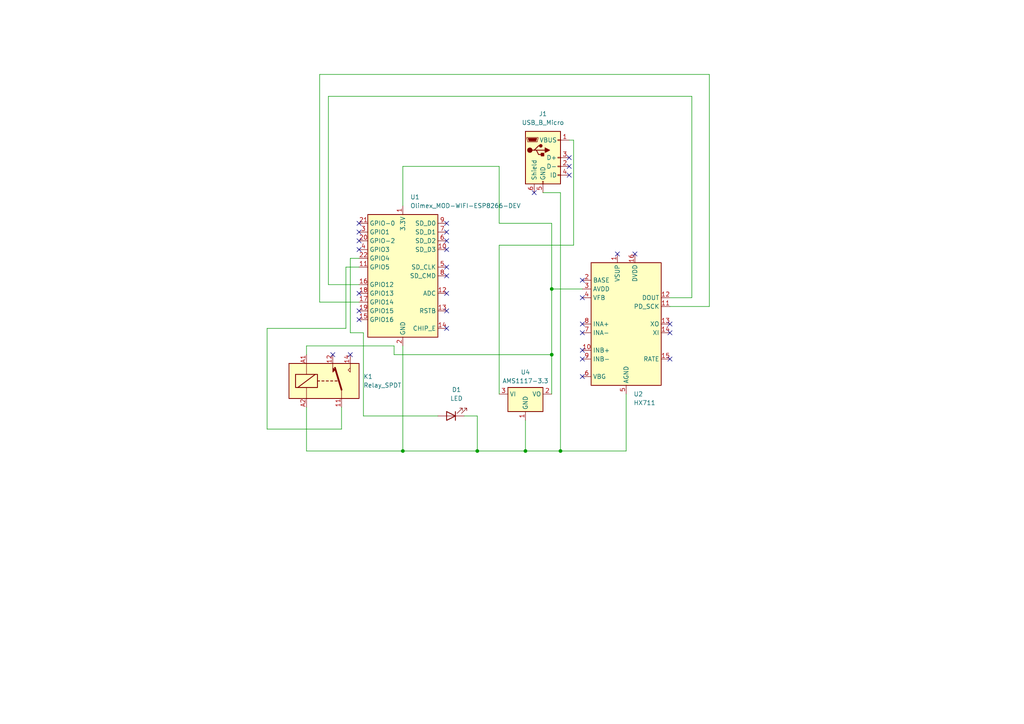
<source format=kicad_sch>
(kicad_sch (version 20250114) (generator "eeschema") (generator_version "9.0")
  (paper "A4")
  (lib_symbols
    (symbol "Analog_ADC:HX711"
      (property "Reference" "U" (at 5.08 21.59 0))
      (property "Value" "HX711" (at 7.62 19.05 0))
      (symbol "HX711_0_1"
        (rectangle (start -10.16 17.78) (end 10.16 -17.78) (stroke (width 0.254)) (fill (type background)))
      )
      (symbol "HX711_1_1"
        (pin passive line (at -12.7 12.7 0) (length 2.54) (name "BASE") (number "2"))
        (pin power_in line (at -12.7 10.16 0) (length 2.54) (name "AVDD") (number "3"))
        (pin input line (at -12.7 7.62 0) (length 2.54) (name "VFB") (number "4"))
        (pin input line (at -12.7 0 0) (length 2.54) (name "INA+") (number "8"))
        (pin input line (at -12.7 -2.54 0) (length 2.54) (name "INA-") (number "7"))
        (pin input line (at -12.7 -7.62 0) (length 2.54) (name "INB+") (number "10"))
        (pin input line (at -12.7 -10.16 0) (length 2.54) (name "INB-") (number "9"))
        (pin passive line (at -12.7 -15.24 0) (length 2.54) (name "VBG") (number "6"))
        (pin power_in line (at -2.54 20.32 270) (length 2.54) (name "VSUP") (number "1"))
        (pin power_in line (at 0 -20.32 90) (length 2.54) (name "AGND") (number "5"))
        (pin power_in line (at 2.54 20.32 270) (length 2.54) (name "DVDD") (number "16"))
        (pin output line (at 12.7 7.62 180) (length 2.54) (name "DOUT") (number "12"))
        (pin input line (at 12.7 5.08 180) (length 2.54) (name "PD_SCK") (number "11"))
        (pin passive line (at 12.7 0 180) (length 2.54) (name "XO") (number "13"))
        (pin passive line (at 12.7 -2.54 180) (length 2.54) (name "XI") (number "14"))
        (pin input line (at 12.7 -10.16 180) (length 2.54) (name "RATE") (number "15"))
      )
    )
    (symbol "Connector:USB_B_Micro" (pin_names (offset 1.016))
      (property "Reference" "J" (at -5.08 11.43 0))
      (property "Value" "USB_B_Micro" (at -5.08 8.89 0))
      (symbol "USB_B_Micro_0_1"
        (rectangle (start -5.08 -7.62) (end 5.08 7.62) (stroke (width 0.254)) (fill (type background)))
        (polyline (pts (xy -4.699 5.842) (xy -4.699 5.588) (xy -4.445 4.826) (xy -4.445 4.572) (xy -1.651 4.572) (xy -1.651 4.826) (xy -1.397 5.588) (xy -1.397 5.842) (xy -4.699 5.842)))
        (polyline (pts (xy -4.318 5.588) (xy -1.778 5.588) (xy -2.032 4.826) (xy -4.064 4.826) (xy -4.318 5.588)) (fill (type outline)))
        (circle (center -3.81 2.159) (radius 0.635) (stroke (width 0.254)) (fill (type outline)))
        (polyline (pts (xy -3.175 2.159) (xy -2.54 2.159) (xy -1.27 3.429) (xy -0.635 3.429)) (stroke (width 0.254)))
        (polyline (pts (xy -2.54 2.159) (xy -1.905 2.159) (xy -1.27 0.889) (xy 0 0.889)) (stroke (width 0.254)))
        (polyline (pts (xy -1.905 2.159) (xy 0.635 2.159)) (stroke (width 0.254)))
        (circle (center -0.635 3.429) (radius 0.381) (stroke (width 0.254)) (fill (type outline)))
        (rectangle (start -0.127 -7.62) (end 0.127 -6.858))
        (rectangle (start 0.254 1.27) (end -0.508 0.508) (stroke (width 0.254)) (fill (type outline)))
        (polyline (pts (xy 0.635 2.794) (xy 0.635 1.524) (xy 1.905 2.159) (xy 0.635 2.794)) (stroke (width 0.254)) (fill (type outline)))
        (rectangle (start 5.08 4.953) (end 4.318 5.207))
        (rectangle (start 5.08 -0.127) (end 4.318 0.127))
        (rectangle (start 5.08 -2.667) (end 4.318 -2.413))
        (rectangle (start 5.08 -5.207) (end 4.318 -4.953))
      )
      (symbol "USB_B_Micro_1_1"
        (pin passive line (at -2.54 -10.16 90) (length 2.54) (name "Shield") (number "6"))
        (pin power_out line (at 0 -10.16 90) (length 2.54) (name "GND") (number "5"))
        (pin power_out line (at 7.62 5.08 180) (length 2.54) (name "VBUS") (number "1"))
        (pin bidirectional line (at 7.62 0 180) (length 2.54) (name "D+") (number "3"))
        (pin bidirectional line (at 7.62 -2.54 180) (length 2.54) (name "D-") (number "2"))
        (pin passive line (at 7.62 -5.08 180) (length 2.54) (name "ID") (number "4"))
      )
    )
    (symbol "Device:LED" (pin_numbers (hide yes)) (pin_names (offset 1.016) (hide yes))
      (property "Reference" "D" (at 0 2.54 0))
      (property "Value" "LED" (at 0 -2.54 0))
      (symbol "LED_0_1"
        (polyline (pts (xy -3.048 -0.762) (xy -4.572 -2.286) (xy -3.81 -2.286) (xy -4.572 -2.286) (xy -4.572 -1.524)))
        (polyline (pts (xy -1.778 -0.762) (xy -3.302 -2.286) (xy -2.54 -2.286) (xy -3.302 -2.286) (xy -3.302 -1.524)))
        (polyline (pts (xy -1.27 0) (xy 1.27 0)))
        (polyline (pts (xy -1.27 -1.27) (xy -1.27 1.27)) (stroke (width 0.254)))
        (polyline (pts (xy 1.27 -1.27) (xy 1.27 1.27) (xy -1.27 0) (xy 1.27 -1.27)) (stroke (width 0.254)))
      )
      (symbol "LED_1_1"
        (pin passive line (at -3.81 0 0) (length 2.54) (name "K") (number "1"))
        (pin passive line (at 3.81 0 180) (length 2.54) (name "A") (number "2"))
      )
    )
    (symbol "MCU_Module:Olimex_MOD-WIFI-ESP8266-DEV"
      (property "Reference" "U" (at 1.27 21.59 0))
      (property "Value" "Olimex_MOD-WIFI-ESP8266-DEV" (at 1.27 19.05 0))
      (symbol "Olimex_MOD-WIFI-ESP8266-DEV_0_1"
        (rectangle (start -10.16 17.78) (end 10.16 -17.78) (stroke (width 0.254)) (fill (type background)))
      )
      (symbol "Olimex_MOD-WIFI-ESP8266-DEV_1_1"
        (pin bidirectional line (at -12.7 15.24 0) (length 2.54) (name "GPIO-0") (number "21"))
        (pin bidirectional line (at -12.7 12.7 0) (length 2.54) (name "GPIO1") (number "3"))
        (pin bidirectional line (at -12.7 10.16 0) (length 2.54) (name "GPIO-2") (number "20"))
        (pin bidirectional line (at -12.7 7.62 0) (length 2.54) (name "GPIO3") (number "4"))
        (pin bidirectional line (at -12.7 5.08 0) (length 2.54) (name "GPIO4") (number "22"))
        (pin bidirectional line (at -12.7 2.54 0) (length 2.54) (name "GPIO5") (number "11"))
        (pin bidirectional line (at -12.7 -2.54 0) (length 2.54) (name "GPIO12") (number "16"))
        (pin bidirectional line (at -12.7 -5.08 0) (length 2.54) (name "GPIO13") (number "18"))
        (pin bidirectional line (at -12.7 -7.62 0) (length 2.54) (name "GPIO14") (number "17"))
        (pin bidirectional line (at -12.7 -10.16 0) (length 2.54) (name "GPIO15") (number "19"))
        (pin bidirectional line (at -12.7 -12.7 0) (length 2.54) (name "GPIO16") (number "15"))
        (pin power_in line (at 0 20.32 270) (length 2.54) (name "3.3V") (number "1"))
        (pin power_in line (at 0 -20.32 90) (length 2.54) (name "GND") (number "2"))
        (pin unspecified line (at 12.7 15.24 180) (length 2.54) (name "SD_D0") (number "9"))
        (pin unspecified line (at 12.7 12.7 180) (length 2.54) (name "SD_D1") (number "7"))
        (pin unspecified line (at 12.7 10.16 180) (length 2.54) (name "SD_D2") (number "6"))
        (pin unspecified line (at 12.7 7.62 180) (length 2.54) (name "SD_D3") (number "10"))
        (pin unspecified line (at 12.7 2.54 180) (length 2.54) (name "SD_CLK") (number "5"))
        (pin unspecified line (at 12.7 0 180) (length 2.54) (name "SD_CMD") (number "8"))
        (pin unspecified line (at 12.7 -5.08 180) (length 2.54) (name "ADC") (number "12"))
        (pin input line (at 12.7 -10.16 180) (length 2.54) (name "RSTB") (number "13"))
        (pin unspecified line (at 12.7 -15.24 180) (length 2.54) (name "CHIP_E") (number "14"))
      )
    )
    (symbol "Regulator_Linear:AMS1117-3.3"
      (property "Reference" "U" (at -3.81 3.175 0))
      (property "Value" "AMS1117-3.3" (at 0 3.175 0))
      (symbol "AMS1117-3.3_0_1"
        (rectangle (start -5.08 -5.08) (end 5.08 1.905) (stroke (width 0.254)) (fill (type background)))
      )
      (symbol "AMS1117-3.3_1_1"
        (pin power_in line (at -7.62 0 0) (length 2.54) (name "VI") (number "3"))
        (pin power_in line (at 0 -7.62 90) (length 2.54) (name "GND") (number "1"))
        (pin power_out line (at 7.62 0 180) (length 2.54) (name "VO") (number "2"))
      )
    )
    (symbol "Relay:Relay_SPDT"
      (property "Reference" "K" (at 11.43 3.81 0))
      (property "Value" "Relay_SPDT" (at 11.43 1.27 0))
      (symbol "Relay_SPDT_0_0"
        (polyline (pts (xy 7.62 5.08) (xy 7.62 2.54) (xy 6.985 3.175) (xy 7.62 3.81)))
      )
      (symbol "Relay_SPDT_0_1"
        (rectangle (start -10.16 5.08) (end 10.16 -5.08) (stroke (width 0.254)) (fill (type background)))
        (rectangle (start -8.255 1.905) (end -1.905 -1.905) (stroke (width 0.254)))
        (polyline (pts (xy -7.62 -1.905) (xy -2.54 1.905)) (stroke (width 0.254)))
        (polyline (pts (xy -5.08 5.08) (xy -5.08 1.905)))
        (polyline (pts (xy -5.08 -5.08) (xy -5.08 -1.905)))
        (polyline (pts (xy -1.905 0) (xy -1.27 0)) (stroke (width 0.254)))
        (polyline (pts (xy -0.635 0) (xy 0 0)) (stroke (width 0.254)))
        (polyline (pts (xy 0.635 0) (xy 1.27 0)) (stroke (width 0.254)))
        (polyline (pts (xy 1.905 0) (xy 2.54 0)) (stroke (width 0.254)))
        (polyline (pts (xy 2.54 5.08) (xy 2.54 2.54) (xy 3.175 3.175) (xy 2.54 3.81)) (fill (type outline)))
        (polyline (pts (xy 3.175 0) (xy 3.81 0)) (stroke (width 0.254)))
        (polyline (pts (xy 5.08 -2.54) (xy 3.175 3.81)) (stroke (width 0.508)))
        (polyline (pts (xy 5.08 -2.54) (xy 5.08 -5.08)))
      )
      (symbol "Relay_SPDT_1_1"
        (pin passive line (at -5.08 7.62 270) (length 2.54) (name "~") (number "A1"))
        (pin passive line (at -5.08 -7.62 90) (length 2.54) (name "~") (number "A2"))
        (pin passive line (at 2.54 7.62 270) (length 2.54) (name "~") (number "12"))
        (pin passive line (at 5.08 -7.62 90) (length 2.54) (name "~") (number "11"))
        (pin passive line (at 7.62 7.62 270) (length 2.54) (name "~") (number "14"))
      )
    )
  )
  (junction (at 152.4 130.81))
  (junction (at 162.56 130.81))
  (junction (at 116.84 130.81))
  (junction (at 138.43 130.81))
  (junction (at 160.02 102.87))
  (junction (at 160.02 83.82))
  (no_connect (at 168.91 109.22))
  (no_connect (at 129.54 64.77))
  (no_connect (at 104.14 85.09))
  (no_connect (at 96.52 102.87))
  (no_connect (at 104.14 67.31))
  (no_connect (at 104.14 90.17))
  (no_connect (at 168.91 101.6))
  (no_connect (at 194.31 96.52))
  (no_connect (at 165.1 48.26))
  (no_connect (at 129.54 85.09))
  (no_connect (at 168.91 86.36))
  (no_connect (at 101.6 102.87))
  (no_connect (at 168.91 104.14))
  (no_connect (at 165.1 50.8))
  (no_connect (at 194.31 104.14))
  (no_connect (at 168.91 81.28))
  (no_connect (at 168.91 96.52))
  (no_connect (at 104.14 92.71))
  (no_connect (at 184.15 73.66))
  (no_connect (at 165.1 45.72))
  (no_connect (at 129.54 77.47))
  (no_connect (at 154.94 55.88))
  (no_connect (at 179.07 73.66))
  (no_connect (at 129.54 95.25))
  (no_connect (at 129.54 90.17))
  (no_connect (at 194.31 93.98))
  (no_connect (at 104.14 69.85))
  (no_connect (at 104.14 64.77))
  (no_connect (at 104.14 72.39))
  (no_connect (at 129.54 72.39))
  (no_connect (at 168.91 93.98))
  (no_connect (at 129.54 80.01))
  (no_connect (at 129.54 67.31))
  (no_connect (at 129.54 69.85))
  (wire (pts (xy 116.84 130.81) (xy 138.43 130.81)))
  (wire (pts (xy 157.48 55.88) (xy 162.56 55.88)))
  (wire (pts (xy 160.02 102.87) (xy 160.02 114.3)))
  (wire (pts (xy 200.66 86.36) (xy 194.31 86.36)))
  (wire (pts (xy 205.74 88.9) (xy 205.74 21.59)))
  (wire (pts (xy 181.61 130.81) (xy 162.56 130.81)))
  (wire (pts (xy 138.43 120.65) (xy 138.43 130.81)))
  (wire (pts (xy 104.14 82.55) (xy 95.25 82.55)))
  (wire (pts (xy 116.84 48.26) (xy 116.84 59.69)))
  (wire (pts (xy 105.41 96.52) (xy 101.6 96.52)))
  (wire (pts (xy 105.41 120.65) (xy 105.41 96.52)))
  (wire (pts (xy 88.9 118.11) (xy 88.9 130.81)))
  (wire (pts (xy 77.47 95.25) (xy 100.33 95.25)))
  (wire (pts (xy 88.9 100.33) (xy 88.9 102.87)))
  (wire (pts (xy 144.78 48.26) (xy 144.78 64.77)))
  (wire (pts (xy 165.1 40.64) (xy 166.37 40.64)))
  (wire (pts (xy 160.02 64.77) (xy 144.78 64.77)))
  (wire (pts (xy 166.37 40.64) (xy 166.37 71.12)))
  (wire (pts (xy 92.71 87.63) (xy 104.14 87.63)))
  (wire (pts (xy 127 120.65) (xy 105.41 120.65)))
  (wire (pts (xy 160.02 83.82) (xy 160.02 102.87)))
  (wire (pts (xy 88.9 130.81) (xy 116.84 130.81)))
  (wire (pts (xy 116.84 100.33) (xy 116.84 130.81)))
  (wire (pts (xy 88.9 100.33) (xy 114.3 100.33)))
  (wire (pts (xy 100.33 95.25) (xy 100.33 77.47)))
  (wire (pts (xy 114.3 100.33) (xy 114.3 102.87)))
  (wire (pts (xy 181.61 114.3) (xy 181.61 130.81)))
  (wire (pts (xy 168.91 83.82) (xy 160.02 83.82)))
  (wire (pts (xy 162.56 55.88) (xy 162.56 130.81)))
  (wire (pts (xy 77.47 124.46) (xy 77.47 95.25)))
  (wire (pts (xy 95.25 27.94) (xy 200.66 27.94)))
  (wire (pts (xy 205.74 21.59) (xy 92.71 21.59)))
  (wire (pts (xy 194.31 88.9) (xy 205.74 88.9)))
  (wire (pts (xy 144.78 71.12) (xy 144.78 114.3)))
  (wire (pts (xy 134.62 120.65) (xy 138.43 120.65)))
  (wire (pts (xy 160.02 64.77) (xy 160.02 83.82)))
  (wire (pts (xy 200.66 27.94) (xy 200.66 86.36)))
  (wire (pts (xy 166.37 71.12) (xy 144.78 71.12)))
  (wire (pts (xy 99.06 118.11) (xy 99.06 124.46)))
  (wire (pts (xy 162.56 130.81) (xy 152.4 130.81)))
  (wire (pts (xy 99.06 124.46) (xy 77.47 124.46)))
  (wire (pts (xy 114.3 102.87) (xy 160.02 102.87)))
  (wire (pts (xy 92.71 21.59) (xy 92.71 87.63)))
  (wire (pts (xy 100.33 77.47) (xy 104.14 77.47)))
  (wire (pts (xy 101.6 74.93) (xy 104.14 74.93)))
  (wire (pts (xy 144.78 48.26) (xy 116.84 48.26)))
  (wire (pts (xy 152.4 130.81) (xy 152.4 121.92)))
  (wire (pts (xy 138.43 130.81) (xy 152.4 130.81)))
  (wire (pts (xy 95.25 82.55) (xy 95.25 27.94)))
  (wire (pts (xy 101.6 96.52) (xy 101.6 74.93)))
  (symbol (lib_id "Analog_ADC:HX711") (at 181.61 93.98 0) (unit 1)
    (property "Reference" "U2" (at 183.7533 114.3 0) (effects (justify left)))
    (property "Value" "HX711" (at 183.7533 116.84 0) (effects (justify left)))
    (property "Footprint" "Package_SO:SOP-16_3.9x9.9mm_P1.27mm" (effects (hide yes)))
    (property "Datasheet" "https://web.archive.org/web/20220615044707/https://akizukidenshi.com/download/ds/avia/hx711.pdf" (effects (hide yes)))
    (property "Description" "24-Bit Analog-to-Digital Converter (ADC) for Weight Scales" (effects (hide yes)))
  )
  (symbol (lib_id "Connector:USB_B_Micro") (at 157.48 45.72 0) (unit 1)
    (property "Reference" "J1" (at 157.48 33.02 0))
    (property "Value" "USB_B_Micro" (at 157.48 35.56 0))
    (property "Footprint" "Connector_USB:USB_Micro-B_Amphenol_10103594-0001LF_Horizontal" (effects (hide yes)))
    (property "Description" "USB Micro Type B connector" (effects (hide yes)))
  )
  (symbol (lib_id "Device:LED") (at 130.81 120.65 180) (unit 1)
    (property "Reference" "D1" (at 132.3975 113.03 0))
    (property "Value" "LED" (at 132.3975 115.57 0))
    (property "Footprint" "LED_THT:LED_D1.8mm_W1.8mm_H2.4mm_Horizontal_O1.27mm_Z1.6mm" (effects (hide yes)))
    (property "Description" "Light emitting diode" (effects (hide yes)))
    (property "Sim.Pins" "1=K 2=A" (effects (hide yes)))
  )
  (symbol (lib_id "MCU_Module:Olimex_MOD-WIFI-ESP8266-DEV") (at 116.84 80.01 0) (unit 1)
    (property "Reference" "U1" (at 118.9833 57.15 0) (effects (justify left)))
    (property "Value" "Olimex_MOD-WIFI-ESP8266-DEV" (at 118.9833 59.69 0) (effects (justify left)))
    (property "Footprint" "Module:Olimex_MOD-WIFI-ESP8266-DEV" (effects (hide yes)))
    (property "Datasheet" "https://raw.githubusercontent.com/OLIMEX/ESP8266/master/HARDWARE/MOD-WIFI-ESP8266-DEV/MOD-WiFi-ESP8266-DEV%20revision%20B2/MOD-WiFi-ESP8266-DEV_Rev_B2.pdf" (effects (hide yes)))
    (property "Description" "ESP8266 development board" (effects (hide yes)))
  )
  (symbol (lib_id "Relay:Relay_SPDT") (at 93.98 110.49 0) (unit 1)
    (property "Reference" "K1" (at 105.41 109.2199 0) (effects (justify left)))
    (property "Value" "Relay_SPDT" (at 105.41 111.7599 0) (effects (justify left)))
    (property "Footprint" "Relay_THT:Relay_SPDT_Finder_32.21-x000" (effects (hide yes)))
    (property "Description" "Relay SPDT, monostable, EN50005" (effects (hide yes)))
  )
  (symbol (lib_id "Regulator_Linear:AMS1117-3.3") (at 152.4 114.3 0) (unit 1)
    (property "Reference" "U4" (at 152.4 107.95 0))
    (property "Value" "AMS1117-3.3" (at 152.4 110.49 0))
    (property "Footprint" "Package_TO_SOT_SMD:SOT-223-3_TabPin2" (effects (hide yes)))
    (property "Datasheet" "http://www.advanced-monolithic.com/pdf/ds1117.pdf" (effects (hide yes)))
    (property "Description" "1A Low Dropout regulator, positive, 3.3V fixed output, SOT-223" (effects (hide yes)))
  )
)
</source>
